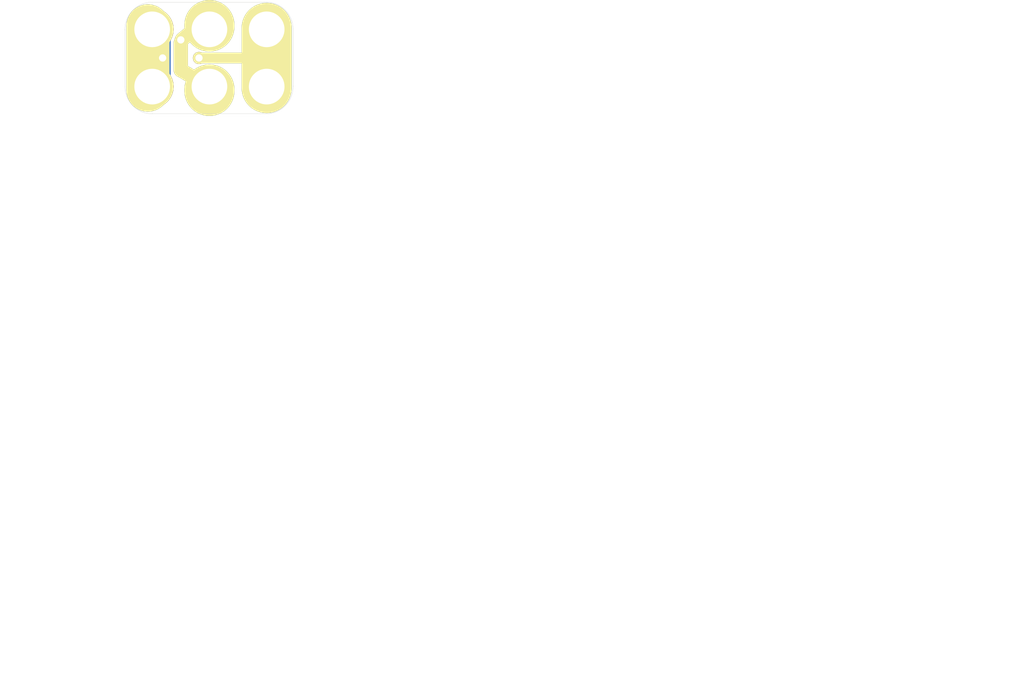
<source format=kicad_pcb>
(kicad_pcb (version 4) (host pcbnew 4.0.5-e0-6337~49~ubuntu16.04.1)

  (general
    (links 0)
    (no_connects 0)
    (area 4.572 19.751599 147.416759 117.8814)
    (thickness 1.6)
    (drawings 1)
    (tracks 0)
    (zones 0)
    (modules 1)
    (nets 1)
  )

  (page USLetter)
  (title_block
    (title "2x3 Mini Potentiometer 3386P TH")
    (date "20 Jan 2017")
    (rev v1.1)
    (company "All rights reserved.")
    (comment 1 help@browndoggadgets.com)
    (comment 2 http://browndoggadgets.com/)
    (comment 3 "Brown Dog Gadgets")
  )

  (layers
    (0 F.Cu signal)
    (31 B.Cu signal)
    (34 B.Paste user)
    (35 F.Paste user)
    (36 B.SilkS user)
    (37 F.SilkS user)
    (38 B.Mask user)
    (39 F.Mask user)
    (40 Dwgs.User user)
    (44 Edge.Cuts user)
    (46 B.CrtYd user)
    (47 F.CrtYd user)
    (48 B.Fab user)
    (49 F.Fab user)
  )

  (setup
    (last_trace_width 0.254)
    (user_trace_width 0.1524)
    (user_trace_width 0.254)
    (user_trace_width 0.3302)
    (user_trace_width 0.508)
    (user_trace_width 0.762)
    (user_trace_width 1.27)
    (trace_clearance 0.254)
    (zone_clearance 0.508)
    (zone_45_only no)
    (trace_min 0.1524)
    (segment_width 0.1524)
    (edge_width 0.1524)
    (via_size 0.6858)
    (via_drill 0.3302)
    (via_min_size 0.6858)
    (via_min_drill 0.3302)
    (user_via 0.6858 0.3302)
    (user_via 0.762 0.4064)
    (user_via 0.8636 0.508)
    (uvia_size 0.6858)
    (uvia_drill 0.3302)
    (uvias_allowed no)
    (uvia_min_size 0)
    (uvia_min_drill 0)
    (pcb_text_width 0.1524)
    (pcb_text_size 1.016 1.016)
    (mod_edge_width 0.1524)
    (mod_text_size 1.016 1.016)
    (mod_text_width 0.1524)
    (pad_size 1.7 1.7)
    (pad_drill 1.016)
    (pad_to_mask_clearance 0.0762)
    (solder_mask_min_width 0.1016)
    (pad_to_paste_clearance -0.0762)
    (aux_axis_origin 0 0)
    (visible_elements FFFEDF7D)
    (pcbplotparams
      (layerselection 0x310fc_80000001)
      (usegerberextensions true)
      (excludeedgelayer true)
      (linewidth 0.100000)
      (plotframeref false)
      (viasonmask false)
      (mode 1)
      (useauxorigin false)
      (hpglpennumber 1)
      (hpglpenspeed 20)
      (hpglpendiameter 15)
      (hpglpenoverlay 2)
      (psnegative false)
      (psa4output false)
      (plotreference true)
      (plotvalue true)
      (plotinvisibletext false)
      (padsonsilk false)
      (subtractmaskfromsilk false)
      (outputformat 1)
      (mirror false)
      (drillshape 0)
      (scaleselection 1)
      (outputdirectory gerbers))
  )

  (net 0 "")

  (net_class Default "This is the default net class."
    (clearance 0.254)
    (trace_width 0.254)
    (via_dia 0.6858)
    (via_drill 0.3302)
    (uvia_dia 0.6858)
    (uvia_drill 0.3302)
  )

  (module Crazy_Circuits:POTENTIOMETER-3386P-2x3 (layer F.Cu) (tedit 592A15CF) (tstamp 5882D12A)
    (at 41.8338 24.1056 180)
    (descr "9V Battery Holder Polarized 2x4")
    (tags "9V Battery Holder Polarized 2x4")
    (path /5882C850)
    (fp_text reference R1 (at 8 -8 180) (layer F.SilkS) hide
      (effects (font (size 1 1) (thickness 0.15)))
    )
    (fp_text value TRIMPOT-10K-3PIN-TH-3368P-1-103TLF (at 8.4 -1.1 180) (layer B.SilkS) hide
      (effects (font (size 1 1) (thickness 0.15)) (justify mirror))
    )
    (fp_circle (center 14.4 -6) (end 14.6 -5.8) (layer F.Fab) (width 0.5))
    (fp_line (start 5.8 -10) (end 17.8 -10) (layer F.Fab) (width 0.1))
    (fp_line (start 8 -8.4) (end 8 -8.6) (layer B.Cu) (width 7))
    (fp_arc (start 0.106632 -8.00018) (end -3.693368 -7.90018) (angle 89.9) (layer Edge.Cuts) (width 0.04064))
    (fp_arc (start 0.111824 0) (end 0.411824 3.8) (angle 94.51398846) (layer Edge.Cuts) (width 0.04064))
    (fp_arc (start 16 0) (end 19.8 -0.1) (angle 91.50743576) (layer Edge.Cuts) (width 0.04064))
    (fp_arc (start 16 -8) (end 15.9 -11.8) (angle 91.50743576) (layer Edge.Cuts) (width 0.04064))
    (fp_line (start 19.8 -8) (end 19.8 0) (layer Edge.Cuts) (width 0.04064))
    (fp_line (start 16 -11.8) (end 0 -11.8) (layer Edge.Cuts) (width 0.04064))
    (fp_line (start 16 3.8) (end 0.3 3.8) (layer Edge.Cuts) (width 0.04064))
    (fp_line (start -3.7 -8) (end -3.7 0) (layer Edge.Cuts) (width 0.04064))
    (fp_arc (start 0.106632 -8.00018) (end -3.693368 -7.90018) (angle 89.9) (layer F.Fab) (width 0.04064))
    (fp_arc (start 0.111824 0) (end 0.411824 3.8) (angle 94.51398846) (layer F.Fab) (width 0.04064))
    (fp_arc (start 16 0) (end 19.8 -0.1) (angle 91.50743576) (layer F.Fab) (width 0.04064))
    (fp_arc (start 16 -8) (end 15.9 -11.8) (angle 91.50743576) (layer F.Fab) (width 0.04064))
    (fp_line (start 19.8 -8) (end 19.8 0) (layer F.Fab) (width 0.04064))
    (fp_line (start 16 -11.8) (end 0 -11.8) (layer F.Fab) (width 0.04064))
    (fp_line (start 16 3.8) (end 0.3 3.8) (layer F.Fab) (width 0.04064))
    (fp_line (start -3.7 -8) (end -3.7 0) (layer F.Fab) (width 0.04064))
    (fp_text user %R (at 12.1 -4 180) (layer F.Fab)
      (effects (font (size 1 1) (thickness 0.15)))
    )
    (fp_line (start 12 -1.9) (end 12 -5.7) (layer B.Mask) (width 2))
    (fp_line (start 8 -8.4) (end 8 -8.6) (layer B.Mask) (width 7))
    (fp_line (start 8 0.4) (end 8 0.6) (layer B.Mask) (width 7))
    (fp_line (start 8 0.4) (end 8 0.6) (layer B.Cu) (width 7))
    (fp_line (start 8 -8.4) (end 8 -8.6) (layer F.SilkS) (width 7))
    (fp_line (start 5.8 2) (end 5.8 -10) (layer F.Fab) (width 0.1))
    (fp_line (start 5.8 2) (end 17.8 2) (layer F.Fab) (width 0.1))
    (fp_line (start 17.8 2) (end 17.8 -10) (layer F.Fab) (width 0.1))
    (fp_line (start 8 0.4) (end 8 0.6) (layer F.SilkS) (width 7))
    (fp_line (start 16.6 -8.5) (end 16.6 0.5) (layer B.Cu) (width 6))
    (fp_line (start 0 0.2) (end 0 -8.2) (layer F.SilkS) (width 7))
    (fp_line (start 9.1 -4) (end 0 -4) (layer B.Mask) (width 1.5))
    (fp_line (start 14.4 -1.6) (end 14.4 -6.2) (layer B.Mask) (width 2))
    (fp_line (start 14.4 -1.6) (end 14.4 -6.2) (layer B.Cu) (width 2))
    (fp_line (start 9.2 -4) (end 0 -4) (layer F.SilkS) (width 1.5))
    (fp_line (start 9.1 -4) (end 0 -4) (layer B.Cu) (width 1.5))
    (fp_line (start 0 0.2) (end 0 -8.2) (layer B.Cu) (width 7))
    (fp_line (start 0 0.2) (end 0 -8.2) (layer B.Mask) (width 7))
    (fp_line (start 11.8 -5.8) (end 8 -8.1) (layer B.Mask) (width 2))
    (fp_line (start 11.8 -1.4) (end 8.1 1.6) (layer B.Mask) (width 2))
    (fp_line (start 12 -1.9) (end 12 -5.7) (layer B.Cu) (width 2))
    (fp_line (start 11.8 -5.8) (end 8 -8.1) (layer B.Cu) (width 2))
    (fp_line (start 11.8 -1.4) (end 8.1 1.6) (layer B.Cu) (width 2))
    (fp_line (start 16.6 -8.5) (end 16.6 0.5) (layer F.SilkS) (width 6))
    (fp_line (start 16.6 -8.5) (end 16.6 0.5) (layer B.Mask) (width 6))
    (fp_line (start 12 -1.9) (end 12 -5.7) (layer F.SilkS) (width 2))
    (fp_line (start 11.8 -5.8) (end 8 -8.1) (layer F.SilkS) (width 2))
    (fp_line (start 11.8 -1.4) (end 8.1 1.6) (layer F.SilkS) (width 2))
    (pad 2 thru_hole circle (at 8 -8 180) (size 6 6) (drill 4.98) (layers *.Cu *.Mask F.SilkS))
    (pad 1 thru_hole circle (at 16 0 180) (size 6 6) (drill 4.98) (layers *.Cu *.Mask F.SilkS))
    (pad 2 thru_hole circle (at 8 0 180) (size 6 6) (drill 4.98) (layers *.Cu *.Mask F.SilkS))
    (pad 1 thru_hole circle (at 16 -8 180) (size 6 6) (drill 4.98) (layers *.Cu *.Mask F.SilkS))
    (pad 3 thru_hole circle (at 0 -8 180) (size 6 6) (drill 4.98) (layers *.Cu *.Mask F.SilkS))
    (pad 3 thru_hole circle (at 0 0 180) (size 6 6) (drill 4.98) (layers *.Cu *.Mask F.SilkS))
    (pad 1 thru_hole circle (at 14.54 -4 90) (size 1.7 1.7) (drill 1.016) (layers *.Cu *.Mask F.SilkS))
    (pad 2 thru_hole circle (at 12 -1.47228 90) (size 1.7 1.7) (drill 1.016) (layers *.Cu *.Mask F.SilkS))
    (pad 3 thru_hole circle (at 9.46 -4 90) (size 1.7 1.7) (drill 1.016) (layers *.Cu *.Mask F.SilkS))
  )

  (gr_text "FABRICATION NOTES\n\n1. THIS IS A 2 LAYER BOARD. \n2. EXTERNAL LAYERS SHALL HAVE 1 OZ COPPER.\n3. MATERIAL: FR4 AND 0.062 INCH +/- 10% THICK.\n4. BOARDS SHALL BE ROHS COMPLIANT. \n5. MANUFACTURE IN ACCORDANCE WITH IPC-6012 CLASS 2\n6. MASK: BOTH SIDES OF THE BOARD SHALL HAVE \n   SOLDER MASK (RED) OVER BARE COPPER. \n7. SILK: BOTH SIDES OF THE BOARD SHALL HAVE WHITE SILK. \n   DO NOT PLACE SILK OVER BARE COPPER.\n8. FINISH: ENIG.\n9. MINIMUM TRACE WIDTH - 0.006 INCH.\n   MINIMUM SPACE - 0.006 INCH.\n   MINIMUM HOLE DIA - 0.013 INCH. \n10. MAX HOLE PLACEMENT TOLERANCE OF +/- 0.003 INCH.\n11. MAX HOLE DIAMETER TOLERANCE OF +/- 0.003 INCH AFTER PLATING." (at 4.572 83.2104) (layer Dwgs.User)
    (effects (font (size 2.54 2.54) (thickness 0.254)) (justify left))
  )

)

</source>
